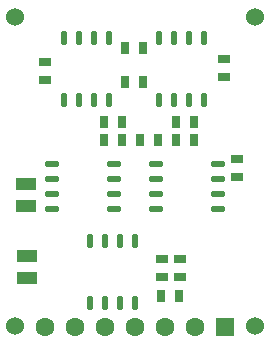
<source format=gbr>
%TF.GenerationSoftware,Altium Limited,Altium Designer,22.10.1 (41)*%
G04 Layer_Color=255*
%FSLAX45Y45*%
%MOMM*%
%TF.SameCoordinates,31040185-1CDC-4878-9C2F-C35C27A90F04*%
%TF.FilePolarity,Positive*%
%TF.FileFunction,Pads,Bot*%
%TF.Part,Single*%
G01*
G75*
%TA.AperFunction,SMDPad,CuDef*%
%ADD10O,0.55000X1.25000*%
%ADD11R,0.80000X1.00000*%
%ADD13R,1.00000X0.80000*%
%TA.AperFunction,ViaPad*%
%ADD26C,1.52400*%
%TA.AperFunction,ComponentPad*%
%ADD27C,1.60000*%
%ADD28R,1.60000X1.60000*%
%TA.AperFunction,SMDPad,CuDef*%
%ADD30R,1.70000X1.00000*%
%ADD31O,1.25000X0.55000*%
D10*
X819500Y907500D02*
D03*
X946500D02*
D03*
X1073500D02*
D03*
X1200500D02*
D03*
X819500Y382500D02*
D03*
X946500D02*
D03*
X1073500D02*
D03*
X1200500D02*
D03*
X604500Y2622500D02*
D03*
X731500D02*
D03*
X858500D02*
D03*
X985500D02*
D03*
X604500Y2097500D02*
D03*
X731500D02*
D03*
X858500D02*
D03*
X985500D02*
D03*
X1404500Y2622500D02*
D03*
X1531500D02*
D03*
X1658500D02*
D03*
X1785500D02*
D03*
X1404500Y2097500D02*
D03*
X1531500D02*
D03*
X1658500D02*
D03*
X1785500D02*
D03*
D11*
X1575000Y440000D02*
D03*
X1425000D02*
D03*
X1700000Y1915000D02*
D03*
X1550000D02*
D03*
X1090000Y1910000D02*
D03*
X940000D02*
D03*
X940000Y1765000D02*
D03*
X1090000D02*
D03*
X1120000Y2250000D02*
D03*
X1270000D02*
D03*
X1120000Y2540000D02*
D03*
X1270000D02*
D03*
X1550000Y1760000D02*
D03*
X1700000D02*
D03*
X1245000D02*
D03*
X1395000D02*
D03*
D13*
X1955000Y2295000D02*
D03*
Y2445000D02*
D03*
X440000Y2270000D02*
D03*
Y2420000D02*
D03*
X1430000Y605000D02*
D03*
Y755000D02*
D03*
X1580000Y605000D02*
D03*
Y755000D02*
D03*
X2070000Y1450000D02*
D03*
Y1600000D02*
D03*
D26*
X2215000Y190000D02*
D03*
Y2805000D02*
D03*
X190000D02*
D03*
Y190000D02*
D03*
D27*
X946000Y175000D02*
D03*
X1454000D02*
D03*
X1708000D02*
D03*
X1200000D02*
D03*
X692000D02*
D03*
X438000D02*
D03*
D28*
X1962000D02*
D03*
D30*
X285000Y780000D02*
D03*
Y590000D02*
D03*
X280000Y1390000D02*
D03*
Y1200000D02*
D03*
D31*
X1022500Y1560500D02*
D03*
Y1433500D02*
D03*
Y1306500D02*
D03*
Y1179500D02*
D03*
X497500Y1560500D02*
D03*
Y1433500D02*
D03*
Y1306500D02*
D03*
Y1179500D02*
D03*
X1902500Y1560500D02*
D03*
Y1433500D02*
D03*
Y1306500D02*
D03*
Y1179500D02*
D03*
X1377500Y1560500D02*
D03*
Y1433500D02*
D03*
Y1306500D02*
D03*
Y1179500D02*
D03*
%TF.MD5,a86234c40ed6bf923904603651e07a19*%
M02*

</source>
